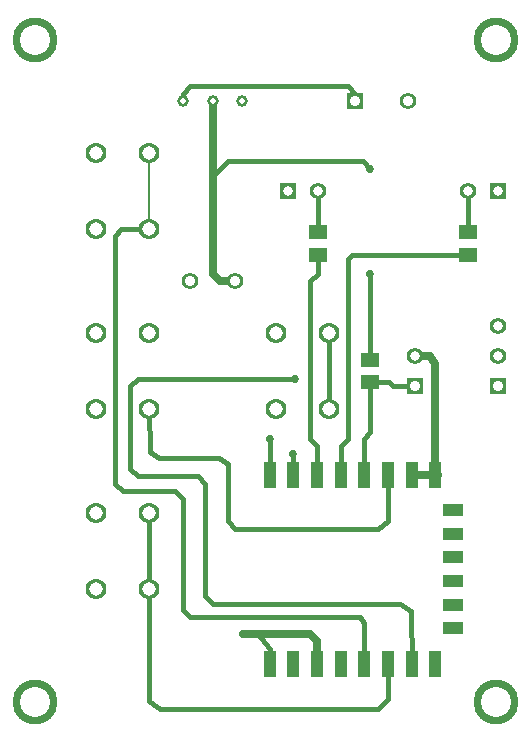
<source format=gtl>
G04 -- Generated By PCBWeb Designer*
%FSLAX24Y24*%
%MOIN*%
%OFA0B0*%
%SFA1.0B1.0*%
%AMROTRECT*21,1,$1,$2,0,0,$3*%
%AMROTOBLONG*1,1,$7,$1,$2*1,1,$7,$3,$4*21,1,$5,$6,0,0,$8*%
%ADD10C,0.025*%
%ADD11C,0.15*%
%ADD12C,0.1*%
%ADD13C,0.16*%
%ADD14C,0.005*%
%ADD15R,0.065X0.0394*%
%ADD16R,0.075X0.0494*%
%ADD17C,0.021*%
%ADD18R,0.0394X0.0866*%
%ADD19R,0.0494X0.0966*%
%ADD20C,0.002*%
%ADD21C,0.018*%
%ADD22C,0.008*%
%ADD23C,0.024*%
%ADD24R,0.055X0.055*%
%ADD25C,0.035*%
%ADD26R,0.065X0.065*%
%ADD27C,0.055*%
%ADD28C,0.032*%
%ADD29C,0.065*%
%ADD30C,0.01*%
%ADD31R,0.0591X0.0512*%
%ADD32R,0.0691X0.0612*%
%ADD33C,0.07*%
%ADD34C,0.045*%
%ADD35C,0.08*%
%ADD36C,0.033*%
%ADD37C,0.033*%
%ADD38C,0.026*%
%ADD39C,0.0394*%
%ADD40C,0.0197*%
%ADD41C,0.0494*%
%ADD42C,0.0059*%
%ADD43C,0.015*%
%ADD44C,0.0275*%
%ADD45C,0.0*%
G01*
%LNSTD*%
%LPD*%
G54D11*
X1575Y2475D03*
X16925Y2475D03*
X1575Y24525D03*
X16925Y24525D03*
G54D15*
X15500Y4931D03*
X15500Y5718D03*
X15500Y6506D03*
X15500Y7293D03*
X15500Y8081D03*
X15500Y8868D03*
G54D18*
X14910Y3750D03*
X9398Y3750D03*
X10185Y3750D03*
X10972Y3750D03*
X11760Y3750D03*
X12547Y3750D03*
X13335Y3750D03*
X14122Y3750D03*
X14910Y10050D03*
X14122Y10050D03*
X13335Y10050D03*
X12547Y10050D03*
X11760Y10050D03*
X10972Y10050D03*
X10185Y10050D03*
X9398Y10050D03*
G54D24*
X14250Y13000D03*
G54D27*
X14250Y14000D03*
G54D31*
X12750Y13126D03*
X12750Y13874D03*
G54D24*
X17000Y13000D03*
G54D27*
X17000Y14000D03*
X17000Y15000D03*
G54D33*
X5386Y18220D03*
X5386Y20780D03*
X3616Y18220D03*
X3616Y20780D03*
X5386Y6220D03*
X5386Y8780D03*
X3616Y6220D03*
X3616Y8780D03*
X11386Y12220D03*
X11386Y14780D03*
X9616Y12220D03*
X9616Y14780D03*
X5386Y12220D03*
X5386Y14780D03*
X3616Y12220D03*
X3616Y14780D03*
G54D24*
X10000Y19500D03*
G54D27*
X11000Y19500D03*
G54D24*
X17000Y19500D03*
G54D27*
X16000Y19500D03*
G54D31*
X11000Y17376D03*
X11000Y18124D03*
X16000Y17376D03*
X16000Y18124D03*
G54D24*
X12250Y22500D03*
G54D27*
X14000Y22500D03*
X8250Y16500D03*
X6750Y16500D03*
G54D39*
X8484Y22500D03*
X7500Y22500D03*
X6516Y22500D03*
G54D43*
X12750Y13874D02*
X12750Y16750D01*
G54D44*
X12750Y16750D03*
G54D43*
X12750Y20250D02*
X12500Y20500D01*
G54D44*
X12750Y20250D03*
G54D43*
X12500Y20500D02*
X8000Y20500D01*
X7500Y20000D01*
G54D10*
X7500Y22500D02*
X7500Y16750D01*
X7750Y16500D01*
X8250Y16500D01*
G54D43*
X9398Y3750D02*
X9398Y4250D01*
X9000Y4750D01*
G54D10*
X8500Y4750D02*
X10750Y4750D01*
G54D44*
X8500Y4750D03*
G54D10*
X10750Y4750D02*
X10972Y4500D01*
X10972Y3750D01*
X14122Y10050D02*
X15000Y10050D01*
X14910Y10050D02*
X14910Y13750D01*
X14750Y14000D01*
X14250Y14000D01*
G54D43*
X14250Y13000D02*
X13500Y13000D01*
X13374Y13126D01*
X12750Y13126D01*
X12547Y10050D02*
X12547Y11250D01*
X12750Y11453D01*
X12750Y13126D01*
X10185Y10050D02*
X10185Y10750D01*
G54D44*
X10185Y10750D03*
G54D43*
X9398Y10050D02*
X9398Y11250D01*
G54D44*
X9398Y11250D03*
G54D43*
X5386Y12220D02*
X5400Y10800D01*
X5700Y10600D01*
X7700Y10600D01*
X8000Y10400D01*
X8000Y8500D01*
X8250Y8250D01*
X13000Y8250D01*
X13335Y8500D01*
X13335Y10050D01*
G54D22*
X5386Y20780D02*
X5386Y18220D01*
G54D43*
X12547Y3750D02*
X12550Y5100D01*
X12400Y5300D01*
X6750Y5300D01*
X6500Y5550D01*
X6500Y9250D01*
X6250Y9500D01*
X4500Y9500D01*
X4250Y9750D01*
X4250Y18000D01*
X4450Y18220D01*
X5386Y18220D01*
X5386Y8780D02*
X5386Y6250D01*
G54D22*
X5386Y6250D02*
X5386Y6220D01*
G54D43*
X5386Y6220D02*
X5386Y2500D01*
X5750Y2250D01*
X13000Y2250D01*
X13335Y2585D01*
X13335Y3750D01*
X11386Y14780D02*
X11386Y12220D01*
G54D22*
X11386Y12220D02*
X11386Y12220D01*
G54D43*
X14122Y3750D02*
X14100Y5500D01*
X13750Y5750D01*
X7500Y5750D01*
X7250Y6000D01*
X7250Y9750D01*
X7000Y10000D01*
X5000Y10000D01*
X4750Y10250D01*
X4750Y13000D01*
X5000Y13250D01*
X10250Y13250D01*
G54D44*
X10250Y13250D03*
G54D43*
X11760Y10050D02*
X11760Y11000D01*
X12000Y11250D01*
X12000Y17250D01*
X12126Y17376D01*
X16000Y17376D01*
X10972Y10050D02*
X10972Y11000D01*
X10750Y11250D01*
X10750Y16500D01*
X11000Y16750D01*
X11000Y17376D01*
X16000Y18124D02*
X16000Y19500D01*
G54D22*
X16000Y19500D02*
X16000Y19500D01*
G54D43*
X11000Y18124D02*
X11000Y19500D01*
G54D22*
X11000Y19500D02*
X11000Y19500D01*
G54D43*
X12250Y22500D02*
X12250Y22750D01*
X12000Y23000D01*
X6750Y23000D01*
X6516Y22750D01*
X6516Y22500D01*
%LNERASE*%
%LPC*%
G54D12*
X1575Y2475D03*
X16925Y2475D03*
X1575Y24525D03*
X16925Y24525D03*
G54D25*
X14250Y13000D03*
G54D28*
X14250Y14000D03*
G54D25*
X17000Y13000D03*
G54D28*
X17000Y14000D03*
X17000Y15000D03*
G54D34*
X5386Y18220D03*
X5386Y20780D03*
X3616Y18220D03*
X3616Y20780D03*
X5386Y6220D03*
X5386Y8780D03*
X3616Y6220D03*
X3616Y8780D03*
X11386Y12220D03*
X11386Y14780D03*
X9616Y12220D03*
X9616Y14780D03*
X5386Y12220D03*
X5386Y14780D03*
X3616Y12220D03*
X3616Y14780D03*
G54D36*
X10000Y19500D03*
G54D37*
X11000Y19500D03*
G54D36*
X17000Y19500D03*
G54D37*
X16000Y19500D03*
G54D25*
X12250Y22500D03*
X14000Y22500D03*
X8250Y16500D03*
X6750Y16500D03*
G54D40*
X8484Y22500D03*
X7500Y22500D03*
X6516Y22500D03*
M02*

</source>
